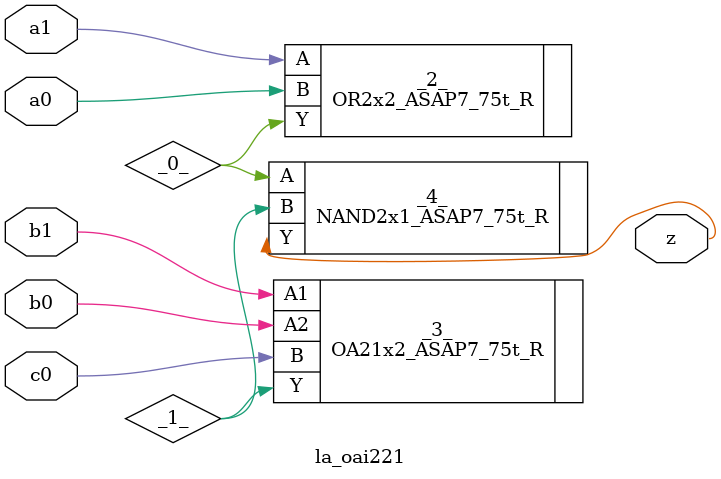
<source format=v>
/* Generated by Yosys 0.37 (git sha1 a5c7f69ed, clang 14.0.0-1ubuntu1.1 -fPIC -Os) */

module la_oai221(a0, a1, b0, b1, c0, z);
  wire _0_;
  wire _1_;
  input a0;
  wire a0;
  input a1;
  wire a1;
  input b0;
  wire b0;
  input b1;
  wire b1;
  input c0;
  wire c0;
  output z;
  wire z;
  OR2x2_ASAP7_75t_R _2_ (
    .A(a1),
    .B(a0),
    .Y(_0_)
  );
  OA21x2_ASAP7_75t_R _3_ (
    .A1(b1),
    .A2(b0),
    .B(c0),
    .Y(_1_)
  );
  NAND2x1_ASAP7_75t_R _4_ (
    .A(_0_),
    .B(_1_),
    .Y(z)
  );
endmodule

</source>
